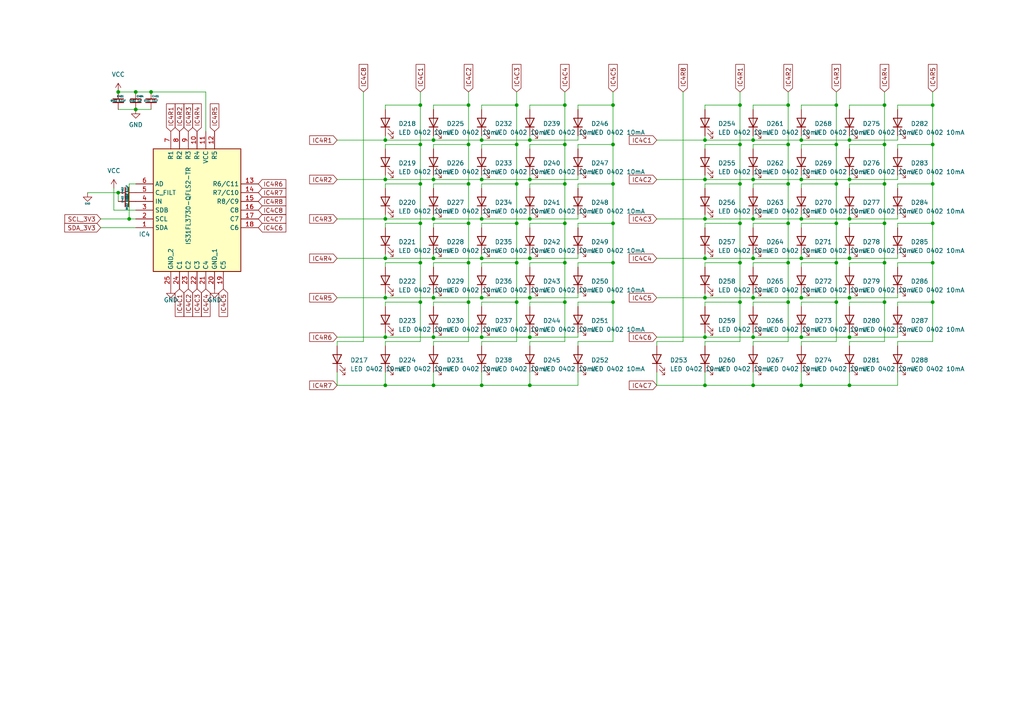
<source format=kicad_sch>
(kicad_sch (version 20231120) (generator "eeschema") (generator_version "8.0")
  (paper "A4")
  (junction (at 270.51 76.2))
  (junction (at 39.37 26.67))
  (junction (at 125.73 52.07))
  (junction (at 125.73 97.79))
  (junction (at 232.41 97.79))
  (junction (at 135.89 87.63))
  (junction (at 270.51 87.63))
  (junction (at 228.6 76.2))
  (junction (at 111.76 63.5))
  (junction (at 218.44 97.79))
  (junction (at 139.7 52.07))
  (junction (at 246.38 40.64))
  (junction (at 214.63 76.2))
  (junction (at 163.83 76.2))
  (junction (at 246.38 52.07))
  (junction (at 121.92 41.91))
  (junction (at 149.86 30.48))
  (junction (at 242.57 87.63))
  (junction (at 149.86 53.34))
  (junction (at 177.8 76.2))
  (junction (at 218.44 86.36))
  (junction (at 204.47 111.76))
  (junction (at 34.29 55.88))
  (junction (at 149.86 41.91))
  (junction (at 204.47 63.5))
  (junction (at 177.8 87.63))
  (junction (at 232.41 40.64))
  (junction (at 111.76 97.79))
  (junction (at 111.76 86.36))
  (junction (at 232.41 111.76))
  (junction (at 270.51 53.34))
  (junction (at 256.54 53.34))
  (junction (at 177.8 53.34))
  (junction (at 246.38 63.5))
  (junction (at 204.47 40.64))
  (junction (at 242.57 53.34))
  (junction (at 121.92 53.34))
  (junction (at 242.57 64.77))
  (junction (at 256.54 64.77))
  (junction (at 125.73 63.5))
  (junction (at 218.44 40.64))
  (junction (at 153.67 63.5))
  (junction (at 177.8 64.77))
  (junction (at 135.89 76.2))
  (junction (at 218.44 74.93))
  (junction (at 139.7 63.5))
  (junction (at 218.44 111.76))
  (junction (at 228.6 30.48))
  (junction (at 121.92 64.77))
  (junction (at 246.38 97.79))
  (junction (at 246.38 86.36))
  (junction (at 232.41 52.07))
  (junction (at 43.815 26.67))
  (junction (at 125.73 74.93))
  (junction (at 218.44 52.07))
  (junction (at 270.51 64.77))
  (junction (at 163.83 41.91))
  (junction (at 139.7 40.64))
  (junction (at 214.63 30.48))
  (junction (at 125.73 86.36))
  (junction (at 121.92 87.63))
  (junction (at 256.54 87.63))
  (junction (at 242.57 76.2))
  (junction (at 246.38 111.76))
  (junction (at 149.86 64.77))
  (junction (at 153.67 40.64))
  (junction (at 232.41 74.93))
  (junction (at 34.29 26.67))
  (junction (at 177.8 41.91))
  (junction (at 111.76 40.64))
  (junction (at 149.86 76.2))
  (junction (at 125.73 40.64))
  (junction (at 246.38 74.93))
  (junction (at 228.6 87.63))
  (junction (at 204.47 86.36))
  (junction (at 204.47 97.79))
  (junction (at 256.54 41.91))
  (junction (at 153.67 86.36))
  (junction (at 232.41 86.36))
  (junction (at 242.57 30.48))
  (junction (at 111.76 74.93))
  (junction (at 256.54 76.2))
  (junction (at 228.6 41.91))
  (junction (at 177.8 30.48))
  (junction (at 228.6 53.34))
  (junction (at 153.67 111.76))
  (junction (at 232.41 63.5))
  (junction (at 214.63 64.77))
  (junction (at 149.86 87.63))
  (junction (at 204.47 74.93))
  (junction (at 163.83 87.63))
  (junction (at 125.73 111.76))
  (junction (at 139.7 74.93))
  (junction (at 135.89 41.91))
  (junction (at 270.51 30.48))
  (junction (at 135.89 30.48))
  (junction (at 214.63 87.63))
  (junction (at 214.63 41.91))
  (junction (at 39.37 31.75))
  (junction (at 163.83 53.34))
  (junction (at 111.76 52.07))
  (junction (at 214.63 53.34))
  (junction (at 139.7 111.76))
  (junction (at 111.76 111.76))
  (junction (at 153.67 97.79))
  (junction (at 256.54 30.48))
  (junction (at 204.47 52.07))
  (junction (at 270.51 41.91))
  (junction (at 121.92 30.48))
  (junction (at 228.6 64.77))
  (junction (at 153.67 74.93))
  (junction (at 153.67 52.07))
  (junction (at 242.57 41.91))
  (junction (at 37.465 63.5))
  (junction (at 135.89 53.34))
  (junction (at 121.92 76.2))
  (junction (at 139.7 97.79))
  (junction (at 139.7 86.36))
  (junction (at 135.89 64.77))
  (junction (at 163.83 30.48))
  (junction (at 163.83 64.77))
  (junction (at 218.44 63.5))
  (wire (pts (xy 33.02 60.96) (xy 39.37 60.96)))
  (wire (pts (xy 167.64 54.61) (xy 167.64 53.34)))
  (wire (pts (xy 260.35 53.34) (xy 270.51 53.34)))
  (wire (pts (xy 260.35 87.63) (xy 270.51 87.63)))
  (wire (pts (xy 97.79 111.76) (xy 111.76 111.76)))
  (wire (pts (xy 246.38 111.76) (xy 260.35 111.76)))
  (wire (pts (xy 218.44 39.37) (xy 218.44 40.64)))
  (wire (pts (xy 33.02 54.61) (xy 33.02 60.96)))
  (wire (pts (xy 246.38 54.61) (xy 246.38 53.34)))
  (wire (pts (xy 246.38 88.9) (xy 246.38 87.63)))
  (wire (pts (xy 34.29 26.67) (xy 39.37 26.67)))
  (wire (pts (xy 125.73 30.48) (xy 135.89 30.48)))
  (wire (pts (xy 121.92 99.06) (xy 111.76 99.06)))
  (wire (pts (xy 260.35 74.93) (xy 260.35 73.66)))
  (wire (pts (xy 167.64 99.06) (xy 177.8 99.06)))
  (wire (pts (xy 163.83 41.91) (xy 163.83 53.34)))
  (wire (pts (xy 125.73 85.09) (xy 125.73 86.36)))
  (wire (pts (xy 111.76 87.63) (xy 121.92 87.63)))
  (wire (pts (xy 139.7 64.77) (xy 149.86 64.77)))
  (wire (pts (xy 125.73 87.63) (xy 135.89 87.63)))
  (wire (pts (xy 167.64 31.75) (xy 167.64 30.48)))
  (wire (pts (xy 204.47 73.66) (xy 204.47 74.93)))
  (wire (pts (xy 232.41 77.47) (xy 232.41 76.2)))
  (wire (pts (xy 29.21 63.5) (xy 37.465 63.5)))
  (wire (pts (xy 246.38 76.2) (xy 256.54 76.2)))
  (wire (pts (xy 218.44 52.07) (xy 232.41 52.07)))
  (wire (pts (xy 125.73 43.18) (xy 125.73 41.91)))
  (wire (pts (xy 260.35 66.04) (xy 260.35 64.77)))
  (wire (pts (xy 228.6 87.63) (xy 228.6 99.06)))
  (wire (pts (xy 139.7 97.79) (xy 153.67 97.79)))
  (wire (pts (xy 167.64 107.95) (xy 167.64 111.76)))
  (wire (pts (xy 139.7 111.76) (xy 153.67 111.76)))
  (wire (pts (xy 111.76 74.93) (xy 125.73 74.93)))
  (wire (pts (xy 97.79 74.93) (xy 111.76 74.93)))
  (wire (pts (xy 111.76 73.66) (xy 111.76 74.93)))
  (wire (pts (xy 204.47 77.47) (xy 204.47 76.2)))
  (wire (pts (xy 218.44 73.66) (xy 218.44 74.93)))
  (wire (pts (xy 204.47 76.2) (xy 214.63 76.2)))
  (wire (pts (xy 163.83 87.63) (xy 163.83 99.06)))
  (wire (pts (xy 218.44 97.79) (xy 232.41 97.79)))
  (wire (pts (xy 59.69 38.1) (xy 59.69 26.67)))
  (wire (pts (xy 97.79 111.76) (xy 97.79 107.95)))
  (wire (pts (xy 218.44 54.61) (xy 218.44 53.34)))
  (wire (pts (xy 246.38 50.8) (xy 246.38 52.07)))
  (wire (pts (xy 121.92 26.67) (xy 121.92 30.48)))
  (wire (pts (xy 256.54 64.77) (xy 256.54 76.2)))
  (wire (pts (xy 139.7 41.91) (xy 149.86 41.91)))
  (wire (pts (xy 246.38 66.04) (xy 246.38 64.77)))
  (wire (pts (xy 204.47 97.79) (xy 218.44 97.79)))
  (wire (pts (xy 246.38 63.5) (xy 260.35 63.5)))
  (wire (pts (xy 218.44 86.36) (xy 232.41 86.36)))
  (wire (pts (xy 218.44 96.52) (xy 218.44 97.79)))
  (wire (pts (xy 242.57 41.91) (xy 242.57 53.34)))
  (wire (pts (xy 214.63 76.2) (xy 214.63 87.63)))
  (wire (pts (xy 139.7 73.66) (xy 139.7 74.93)))
  (wire (pts (xy 242.57 30.48) (xy 242.57 41.91)))
  (wire (pts (xy 260.35 52.07) (xy 260.35 50.8)))
  (wire (pts (xy 167.64 30.48) (xy 177.8 30.48)))
  (wire (pts (xy 190.5 86.36) (xy 204.47 86.36)))
  (wire (pts (xy 256.54 87.63) (xy 256.54 99.06)))
  (wire (pts (xy 177.8 87.63) (xy 177.8 76.2)))
  (wire (pts (xy 34.29 55.88) (xy 34.29 58.42)))
  (wire (pts (xy 228.6 41.91) (xy 228.6 53.34)))
  (wire (pts (xy 139.7 76.2) (xy 149.86 76.2)))
  (wire (pts (xy 153.67 52.07) (xy 167.64 52.07)))
  (wire (pts (xy 190.5 52.07) (xy 204.47 52.07)))
  (wire (pts (xy 139.7 43.18) (xy 139.7 41.91)))
  (wire (pts (xy 218.44 53.34) (xy 228.6 53.34)))
  (wire (pts (xy 232.41 99.06) (xy 232.41 100.33)))
  (wire (pts (xy 232.41 43.18) (xy 232.41 41.91)))
  (wire (pts (xy 190.5 40.64) (xy 204.47 40.64)))
  (wire (pts (xy 111.76 63.5) (xy 125.73 63.5)))
  (wire (pts (xy 270.51 76.2) (xy 270.51 64.77)))
  (wire (pts (xy 232.41 41.91) (xy 242.57 41.91)))
  (wire (pts (xy 25.4 55.88) (xy 34.29 55.88)))
  (wire (pts (xy 242.57 99.06) (xy 232.41 99.06)))
  (wire (pts (xy 260.35 77.47) (xy 260.35 76.2)))
  (wire (pts (xy 37.465 63.5) (xy 37.465 53.34)))
  (wire (pts (xy 228.6 99.06) (xy 218.44 99.06)))
  (wire (pts (xy 111.76 111.76) (xy 125.73 111.76)))
  (wire (pts (xy 149.86 41.91) (xy 149.86 53.34)))
  (wire (pts (xy 167.64 77.47) (xy 167.64 76.2)))
  (wire (pts (xy 232.41 54.61) (xy 232.41 53.34)))
  (wire (pts (xy 204.47 86.36) (xy 218.44 86.36)))
  (wire (pts (xy 97.79 99.06) (xy 97.79 100.33)))
  (wire (pts (xy 246.38 86.36) (xy 260.35 86.36)))
  (wire (pts (xy 125.73 40.64) (xy 139.7 40.64)))
  (wire (pts (xy 125.73 41.91) (xy 135.89 41.91)))
  (wire (pts (xy 228.6 64.77) (xy 228.6 76.2)))
  (wire (pts (xy 260.35 54.61) (xy 260.35 53.34)))
  (wire (pts (xy 214.63 53.34) (xy 214.63 64.77)))
  (wire (pts (xy 242.57 87.63) (xy 242.57 99.06)))
  (wire (pts (xy 218.44 87.63) (xy 228.6 87.63)))
  (wire (pts (xy 111.76 41.91) (xy 121.92 41.91)))
  (wire (pts (xy 139.7 77.47) (xy 139.7 76.2)))
  (wire (pts (xy 29.21 66.04) (xy 39.37 66.04)))
  (wire (pts (xy 232.41 107.95) (xy 232.41 111.76)))
  (wire (pts (xy 242.57 53.34) (xy 242.57 64.77)))
  (wire (pts (xy 125.73 74.93) (xy 139.7 74.93)))
  (wire (pts (xy 167.64 86.36) (xy 167.64 85.09)))
  (wire (pts (xy 139.7 53.34) (xy 149.86 53.34)))
  (wire (pts (xy 153.67 39.37) (xy 153.67 40.64)))
  (wire (pts (xy 163.83 30.48) (xy 163.83 41.91)))
  (wire (pts (xy 153.67 76.2) (xy 163.83 76.2)))
  (wire (pts (xy 204.47 88.9) (xy 204.47 87.63)))
  (wire (pts (xy 149.86 76.2) (xy 149.86 87.63)))
  (wire (pts (xy 218.44 76.2) (xy 228.6 76.2)))
  (wire (pts (xy 256.54 30.48) (xy 256.54 41.91)))
  (wire (pts (xy 246.38 87.63) (xy 256.54 87.63)))
  (wire (pts (xy 125.73 66.04) (xy 125.73 64.77)))
  (wire (pts (xy 232.41 111.76) (xy 246.38 111.76)))
  (wire (pts (xy 218.44 64.77) (xy 228.6 64.77)))
  (wire (pts (xy 153.67 41.91) (xy 163.83 41.91)))
  (wire (pts (xy 177.8 41.91) (xy 177.8 30.48)))
  (wire (pts (xy 153.67 66.04) (xy 153.67 64.77)))
  (wire (pts (xy 177.8 99.06) (xy 177.8 87.63)))
  (wire (pts (xy 232.41 64.77) (xy 242.57 64.77)))
  (wire (pts (xy 163.83 64.77) (xy 163.83 76.2)))
  (wire (pts (xy 232.41 85.09) (xy 232.41 86.36)))
  (wire (pts (xy 43.815 26.67) (xy 59.69 26.67)))
  (wire (pts (xy 204.47 30.48) (xy 214.63 30.48)))
  (wire (pts (xy 97.79 40.64) (xy 111.76 40.64)))
  (wire (pts (xy 204.47 99.06) (xy 204.47 100.33)))
  (wire (pts (xy 153.67 77.47) (xy 153.67 76.2)))
  (wire (pts (xy 153.67 50.8) (xy 153.67 52.07)))
  (wire (pts (xy 153.67 99.06) (xy 153.67 100.33)))
  (wire (pts (xy 204.47 41.91) (xy 214.63 41.91)))
  (wire (pts (xy 121.92 87.63) (xy 121.92 99.06)))
  (wire (pts (xy 246.38 43.18) (xy 246.38 41.91)))
  (wire (pts (xy 111.76 52.07) (xy 125.73 52.07)))
  (wire (pts (xy 149.86 87.63) (xy 149.86 99.06)))
  (wire (pts (xy 218.44 107.95) (xy 218.44 111.76)))
  (wire (pts (xy 153.67 88.9) (xy 153.67 87.63)))
  (wire (pts (xy 97.79 63.5) (xy 111.76 63.5)))
  (wire (pts (xy 125.73 86.36) (xy 139.7 86.36)))
  (wire (pts (xy 39.37 31.75) (xy 34.29 31.75)))
  (wire (pts (xy 214.63 26.67) (xy 214.63 30.48)))
  (wire (pts (xy 218.44 40.64) (xy 232.41 40.64)))
  (wire (pts (xy 256.54 26.67) (xy 256.54 30.48)))
  (wire (pts (xy 167.64 41.91) (xy 177.8 41.91)))
  (wire (pts (xy 218.44 111.76) (xy 232.41 111.76)))
  (wire (pts (xy 190.5 111.76) (xy 204.47 111.76)))
  (wire (pts (xy 125.73 77.47) (xy 125.73 76.2)))
  (wire (pts (xy 260.35 99.06) (xy 260.35 100.33)))
  (wire (pts (xy 204.47 52.07) (xy 218.44 52.07)))
  (wire (pts (xy 204.47 39.37) (xy 204.47 40.64)))
  (wire (pts (xy 232.41 62.23) (xy 232.41 63.5)))
  (wire (pts (xy 135.89 41.91) (xy 135.89 53.34)))
  (wire (pts (xy 167.64 74.93) (xy 167.64 73.66)))
  (wire (pts (xy 97.79 52.07) (xy 111.76 52.07)))
  (wire (pts (xy 125.73 53.34) (xy 135.89 53.34)))
  (wire (pts (xy 111.76 64.77) (xy 121.92 64.77)))
  (wire (pts (xy 97.79 97.79) (xy 111.76 97.79)))
  (wire (pts (xy 139.7 99.06) (xy 139.7 100.33)))
  (wire (pts (xy 125.73 96.52) (xy 125.73 97.79)))
  (wire (pts (xy 153.67 87.63) (xy 163.83 87.63)))
  (wire (pts (xy 198.12 26.67) (xy 198.12 99.06)))
  (wire (pts (xy 204.47 63.5) (xy 218.44 63.5)))
  (wire (pts (xy 153.67 86.36) (xy 167.64 86.36)))
  (wire (pts (xy 246.38 41.91) (xy 256.54 41.91)))
  (wire (pts (xy 125.73 97.79) (xy 139.7 97.79)))
  (wire (pts (xy 121.92 76.2) (xy 121.92 87.63)))
  (wire (pts (xy 125.73 62.23) (xy 125.73 63.5)))
  (wire (pts (xy 163.83 99.06) (xy 153.67 99.06)))
  (wire (pts (xy 139.7 50.8) (xy 139.7 52.07)))
  (wire (pts (xy 139.7 88.9) (xy 139.7 87.63)))
  (wire (pts (xy 125.73 107.95) (xy 125.73 111.76)))
  (wire (pts (xy 163.83 26.67) (xy 163.83 30.48)))
  (wire (pts (xy 139.7 86.36) (xy 153.67 86.36)))
  (wire (pts (xy 121.92 41.91) (xy 121.92 53.34)))
  (wire (pts (xy 232.41 86.36) (xy 246.38 86.36)))
  (wire (pts (xy 260.35 99.06) (xy 270.51 99.06)))
  (wire (pts (xy 125.73 64.77) (xy 135.89 64.77)))
  (wire (pts (xy 232.41 63.5) (xy 246.38 63.5)))
  (wire (pts (xy 149.86 30.48) (xy 149.86 41.91)))
  (wire (pts (xy 256.54 99.06) (xy 246.38 99.06)))
  (wire (pts (xy 167.64 43.18) (xy 167.64 41.91)))
  (wire (pts (xy 246.38 53.34) (xy 256.54 53.34)))
  (wire (pts (xy 204.47 111.76) (xy 218.44 111.76)))
  (wire (pts (xy 218.44 66.04) (xy 218.44 64.77)))
  (wire (pts (xy 204.47 53.34) (xy 214.63 53.34)))
  (wire (pts (xy 153.67 96.52) (xy 153.67 97.79)))
  (wire (pts (xy 228.6 53.34) (xy 228.6 64.77)))
  (wire (pts (xy 218.44 50.8) (xy 218.44 52.07)))
  (wire (pts (xy 260.35 107.95) (xy 260.35 111.76)))
  (wire (pts (xy 204.47 107.95) (xy 204.47 111.76)))
  (wire (pts (xy 135.89 76.2) (xy 135.89 87.63)))
  (wire (pts (xy 270.51 41.91) (xy 270.51 30.48)))
  (wire (pts (xy 232.41 52.07) (xy 246.38 52.07)))
  (wire (pts (xy 125.73 111.76) (xy 139.7 111.76)))
  (wire (pts (xy 111.76 99.06) (xy 111.76 100.33)))
  (wire (pts (xy 218.44 85.09) (xy 218.44 86.36)))
  (wire (pts (xy 204.47 85.09) (xy 204.47 86.36)))
  (wire (pts (xy 270.51 64.77) (xy 270.51 53.34)))
  (wire (pts (xy 218.44 99.06) (xy 218.44 100.33)))
  (wire (pts (xy 260.35 64.77) (xy 270.51 64.77)))
  (wire (pts (xy 260.35 63.5) (xy 260.35 62.23)))
  (wire (pts (xy 218.44 77.47) (xy 218.44 76.2)))
  (wire (pts (xy 218.44 88.9) (xy 218.44 87.63)))
  (wire (pts (xy 177.8 64.77) (xy 177.8 53.34)))
  (wire (pts (xy 246.38 62.23) (xy 246.38 63.5)))
  (wire (pts (xy 135.89 53.34) (xy 135.89 64.77)))
  (wire (pts (xy 125.73 39.37) (xy 125.73 40.64)))
  (wire (pts (xy 153.67 43.18) (xy 153.67 41.91)))
  (wire (pts (xy 167.64 53.34) (xy 177.8 53.34)))
  (wire (pts (xy 43.815 31.75) (xy 39.37 31.75)))
  (wire (pts (xy 260.35 30.48) (xy 270.51 30.48)))
  (wire (pts (xy 218.44 62.23) (xy 218.44 63.5)))
  (wire (pts (xy 270.51 87.63) (xy 270.51 76.2)))
  (wire (pts (xy 218.44 31.75) (xy 218.44 30.48)))
  (wire (pts (xy 246.38 30.48) (xy 256.54 30.48)))
  (wire (pts (xy 135.89 87.63) (xy 135.89 99.06)))
  (wire (pts (xy 135.89 99.06) (xy 125.73 99.06)))
  (wire (pts (xy 204.47 62.23) (xy 204.47 63.5)))
  (wire (pts (xy 149.86 64.77) (xy 149.86 76.2)))
  (wire (pts (xy 204.47 64.77) (xy 214.63 64.77)))
  (wire (pts (xy 125.73 63.5) (xy 139.7 63.5)))
  (wire (pts (xy 232.41 73.66) (xy 232.41 74.93)))
  (wire (pts (xy 111.76 97.79) (xy 125.73 97.79)))
  (wire (pts (xy 190.5 97.79) (xy 204.47 97.79)))
  (wire (pts (xy 204.47 87.63) (xy 214.63 87.63)))
  (wire (pts (xy 204.47 40.64) (xy 218.44 40.64)))
  (wire (pts (xy 232.41 50.8) (xy 232.41 52.07)))
  (wire (pts (xy 232.41 74.93) (xy 246.38 74.93)))
  (wire (pts (xy 167.64 99.06) (xy 167.64 100.33)))
  (wire (pts (xy 153.67 54.61) (xy 153.67 53.34)))
  (wire (pts (xy 204.47 43.18) (xy 204.47 41.91)))
  (wire (pts (xy 125.73 50.8) (xy 125.73 52.07)))
  (wire (pts (xy 153.67 31.75) (xy 153.67 30.48)))
  (wire (pts (xy 228.6 26.67) (xy 228.6 30.48)))
  (wire (pts (xy 218.44 74.93) (xy 232.41 74.93)))
  (wire (pts (xy 256.54 76.2) (xy 256.54 87.63)))
  (wire (pts (xy 139.7 87.63) (xy 149.86 87.63)))
  (wire (pts (xy 228.6 76.2) (xy 228.6 87.63)))
  (wire (pts (xy 139.7 40.64) (xy 153.67 40.64)))
  (wire (pts (xy 153.67 53.34) (xy 163.83 53.34)))
  (wire (pts (xy 167.64 63.5) (xy 167.64 62.23)))
  (wire (pts (xy 190.5 63.5) (xy 204.47 63.5)))
  (wire (pts (xy 111.76 43.18) (xy 111.76 41.91)))
  (wire (pts (xy 111.76 77.47) (xy 111.76 76.2)))
  (wire (pts (xy 111.76 107.95) (xy 111.76 111.76)))
  (wire (pts (xy 153.67 30.48) (xy 163.83 30.48)))
  (wire (pts (xy 246.38 96.52) (xy 246.38 97.79)))
  (wire (pts (xy 111.76 30.48) (xy 121.92 30.48)))
  (wire (pts (xy 167.64 88.9) (xy 167.64 87.63)))
  (wire (pts (xy 125.73 54.61) (xy 125.73 53.34)))
  (wire (pts (xy 167.64 40.64) (xy 167.64 39.37)))
  (wire (pts (xy 139.7 54.61) (xy 139.7 53.34)))
  (wire (pts (xy 121.92 64.77) (xy 121.92 76.2)))
  (wire (pts (xy 135.89 30.48) (xy 135.89 41.91)))
  (wire (pts (xy 204.47 96.52) (xy 204.47 97.79)))
  (wire (pts (xy 125.73 88.9) (xy 125.73 87.63)))
  (wire (pts (xy 111.76 66.04) (xy 111.76 64.77)))
  (wire (pts (xy 111.76 86.36) (xy 125.73 86.36)))
  (wire (pts (xy 256.54 53.34) (xy 256.54 64.77)))
  (wire (pts (xy 149.86 53.34) (xy 149.86 64.77)))
  (wire (pts (xy 232.41 39.37) (xy 232.41 40.64)))
  (wire (pts (xy 214.63 41.91) (xy 214.63 53.34)))
  (wire (pts (xy 125.73 99.06) (xy 125.73 100.33)))
  (wire (pts (xy 232.41 96.52) (xy 232.41 97.79)))
  (wire (pts (xy 97.79 86.36) (xy 111.76 86.36)))
  (wire (pts (xy 121.92 53.34) (xy 121.92 64.77)))
  (wire (pts (xy 246.38 52.07) (xy 260.35 52.07)))
  (wire (pts (xy 111.76 54.61) (xy 111.76 53.34)))
  (wire (pts (xy 270.51 30.48) (xy 270.51 26.67)))
  (wire (pts (xy 204.47 74.93) (xy 218.44 74.93)))
  (wire (pts (xy 218.44 63.5) (xy 232.41 63.5)))
  (wire (pts (xy 153.67 97.79) (xy 167.64 97.79)))
  (wire (pts (xy 37.465 53.34) (xy 39.37 53.34)))
  (wire (pts (xy 125.73 73.66) (xy 125.73 74.93)))
  (wire (pts (xy 135.89 26.67) (xy 135.89 30.48)))
  (wire (pts (xy 125.73 52.07) (xy 139.7 52.07)))
  (wire (pts (xy 214.63 64.77) (xy 214.63 76.2)))
  (wire (pts (xy 139.7 31.75) (xy 139.7 30.48)))
  (wire (pts (xy 246.38 99.06) (xy 246.38 100.33)))
  (wire (pts (xy 242.57 64.77) (xy 242.57 76.2)))
  (wire (pts (xy 153.67 73.66) (xy 153.67 74.93)))
  (wire (pts (xy 153.67 40.64) (xy 167.64 40.64)))
  (wire (pts (xy 232.41 40.64) (xy 246.38 40.64)))
  (wire (pts (xy 125.73 31.75) (xy 125.73 30.48)))
  (wire (pts (xy 111.76 85.09) (xy 111.76 86.36)))
  (wire (pts (xy 177.8 53.34) (xy 177.8 41.91)))
  (wire (pts (xy 153.67 74.93) (xy 167.64 74.93)))
  (wire (pts (xy 167.64 66.04) (xy 167.64 64.77)))
  (wire (pts (xy 242.57 26.67) (xy 242.57 30.48)))
  (wire (pts (xy 167.64 97.79) (xy 167.64 96.52)))
  (wire (pts (xy 111.76 40.64) (xy 125.73 40.64)))
  (wire (pts (xy 232.41 87.63) (xy 242.57 87.63)))
  (wire (pts (xy 139.7 85.09) (xy 139.7 86.36)))
  (wire (pts (xy 204.47 50.8) (xy 204.47 52.07)))
  (wire (pts (xy 37.465 63.5) (xy 39.37 63.5)))
  (wire (pts (xy 111.76 50.8) (xy 111.76 52.07)))
  (wire (pts (xy 260.35 76.2) (xy 270.51 76.2)))
  (wire (pts (xy 111.76 53.34) (xy 121.92 53.34)))
  (wire (pts (xy 246.38 64.77) (xy 256.54 64.77)))
  (wire (pts (xy 232.41 66.04) (xy 232.41 64.77)))
  (wire (pts (xy 218.44 30.48) (xy 228.6 30.48)))
  (wire (pts (xy 246.38 77.47) (xy 246.38 76.2)))
  (wire (pts (xy 214.63 99.06) (xy 204.47 99.06)))
  (wire (pts (xy 177.8 76.2) (xy 177.8 64.77)))
  (wire (pts (xy 139.7 63.5) (xy 153.67 63.5)))
  (wire (pts (xy 232.41 88.9) (xy 232.41 87.63)))
  (wire (pts (xy 246.38 85.09) (xy 246.38 86.36)))
  (wire (pts (xy 232.41 53.34) (xy 242.57 53.34)))
  (wire (pts (xy 214.63 87.63) (xy 214.63 99.06)))
  (wire (pts (xy 260.35 86.36) (xy 260.35 85.09)))
  (wire (pts (xy 232.41 97.79) (xy 246.38 97.79)))
  (wire (pts (xy 139.7 107.95) (xy 139.7 111.76)))
  (wire (pts (xy 270.51 99.06) (xy 270.51 87.63)))
  (wire (pts (xy 139.7 62.23) (xy 139.7 63.5)))
  (wire (pts (xy 204.47 66.04) (xy 204.47 64.77)))
  (wire (pts (xy 153.67 62.23) (xy 153.67 63.5)))
  (wire (pts (xy 228.6 30.48) (xy 228.6 41.91)))
  (wire (pts (xy 149.86 26.67) (xy 149.86 30.48)))
  (wire (pts (xy 163.83 76.2) (xy 163.83 87.63)))
  (wire (pts (xy 260.35 88.9) (xy 260.35 87.63)))
  (wire (pts (xy 177.8 30.48) (xy 177.8 26.67)))
  (wire (pts (xy 242.57 76.2) (xy 242.57 87.63)))
  (wire (pts (xy 232.41 31.75) (xy 232.41 30.48)))
  (wire (pts (xy 246.38 74.93) (xy 260.35 74.93)))
  (wire (pts (xy 167.64 76.2) (xy 177.8 76.2)))
  (wire (pts (xy 111.76 31.75) (xy 111.76 30.48)))
  (wire (pts (xy 139.7 96.52) (xy 139.7 97.79)))
  (wire (pts (xy 139.7 39.37) (xy 139.7 40.64)))
  (wire (pts (xy 204.47 31.75) (xy 204.47 30.48)))
  (wire (pts (xy 153.67 85.09) (xy 153.67 86.36)))
  (wire (pts (xy 149.86 99.06) (xy 139.7 99.06)))
  (wire (pts (xy 246.38 73.66) (xy 246.38 74.93)))
  (wire (pts (xy 214.63 30.48) (xy 214.63 41.91)))
  (wire (pts (xy 246.38 107.95) (xy 246.38 111.76)))
  (wire (pts (xy 105.41 26.67) (xy 105.41 99.06)))
  (wire (pts (xy 190.5 74.93) (xy 204.47 74.93)))
  (wire (pts (xy 153.67 63.5) (xy 167.64 63.5)))
  (wire (pts (xy 135.89 64.77) (xy 135.89 76.2)))
  (wire (pts (xy 167.64 87.63) (xy 177.8 87.63)))
  (wire (pts (xy 111.76 39.37) (xy 111.76 40.64)))
  (wire (pts (xy 218.44 43.18) (xy 218.44 41.91)))
  (wire (pts (xy 270.51 53.34) (xy 270.51 41.91)))
  (wire (pts (xy 139.7 52.07) (xy 153.67 52.07)))
  (wire (pts (xy 232.41 76.2) (xy 242.57 76.2)))
  (wire (pts (xy 167.64 52.07) (xy 167.64 50.8)))
  (wire (pts (xy 198.12 99.06) (xy 190.5 99.06)))
  (wire (pts (xy 246.38 40.64) (xy 260.35 40.64)))
  (wire (pts (xy 43.815 26.67) (xy 39.37 26.67)))
  (wire (pts (xy 167.64 64.77) (xy 177.8 64.77)))
  (wire (pts (xy 111.76 62.23) (xy 111.76 63.5)))
  (wire (pts (xy 139.7 66.04) (xy 139.7 64.77)))
  (wire (pts (xy 153.67 64.77) (xy 163.83 64.77)))
  (wire (pts (xy 246.38 39.37) (xy 246.38 40.64)))
  (wire (pts (xy 125.73 76.2) (xy 135.89 76.2)))
  (wire (pts (xy 139.7 74.93) (xy 153.67 74.93)))
  (wire (pts (xy 153.67 111.76) (xy 167.64 111.76)))
  (wire (pts (xy 260.35 97.79) (xy 260.35 96.52)))
  (wire (pts (xy 260.35 43.18) (xy 260.35 41.91)))
  (wire (pts (xy 204.47 54.61) (xy 204.47 53.34)))
  (wire (pts (xy 190.5 111.76) (xy 190.5 107.95)))
  (wire (pts (xy 246.38 97.79) (xy 260.35 97.79)))
  (wire (pts (xy 190.5 99.06) (xy 190.5 100.33)))
  (wire (pts (xy 153.67 107.95) (xy 153.67 111.76)))
  (wire (pts (xy 256.54 41.91) (xy 256.54 53.34)))
  (wire (pts (xy 218.44 41.91) (xy 228.6 41.91)))
  (wire (pts (xy 105.41 99.06) (xy 97.79 99.06)))
  (wire (pts (xy 260.35 40.64) (xy 260.35 39.37)))
  (wire (pts (xy 111.76 96.52) (xy 111.76 97.79)))
  (wire (pts (xy 246.38 31.75) (xy 246.38 30.48)))
  (wire (pts (xy 260.35 41.91) (xy 270.51 41.91)))
  (wire (pts (xy 232.41 30.48) (xy 242.57 30.48)))
  (wire (pts (xy 260.35 31.75) (xy 260.35 30.48)))
  (wire (pts (xy 163.83 53.34) (xy 163.83 64.77)))
  (wire (pts (xy 111.76 76.2) (xy 121.92 76.2)))
  (wire (pts (xy 121.92 30.48) (xy 121.92 41.91)))
  (wire (pts (xy 111.76 88.9) (xy 111.76 87.63)))
  (wire (pts (xy 139.7 30.48) (xy 149.86 30.48)))
  (global_label "SDA_3V3" (shape input) (at 29.21 66.04 180) (property "Intersheetrefs" "${INTERSHEET_REFS}" (effects (hide yes))))
  (global_label "IC4C7" (shape input) (at 74.93 63.5 0) (property "Intersheetrefs" "${INTERSHEET_REFS}" (effects (hide yes))))
  (global_label "IC4C6" (shape input) (at 190.5 97.79 180) (property "Intersheetrefs" "${INTERSHEET_REFS}" (effects (hide yes))))
  (global_label "IC4R7" (shape input) (at 97.79 111.76 180) (property "Intersheetrefs" "${INTERSHEET_REFS}" (effects (hide yes))))
  (global_label "IC4C2" (shape input) (at 190.5 52.07 180) (property "Intersheetrefs" "${INTERSHEET_REFS}" (effects (hide yes))))
  (global_label "IC4C4" (shape input) (at 190.5 74.93 180) (property "Intersheetrefs" "${INTERSHEET_REFS}" (effects (hide yes))))
  (global_label "IC4R8" (shape input) (at 74.93 58.42 0) (property "Intersheetrefs" "${INTERSHEET_REFS}" (effects (hide yes))))
  (global_label "IC4R7" (shape input) (at 74.93 55.88 0) (property "Intersheetrefs" "${INTERSHEET_REFS}" (effects (hide yes))))
  (global_label "IC4C1" (shape input) (at 121.92 26.67 90) (property "Intersheetrefs" "${INTERSHEET_REFS}" (effects (hide yes))))
  (global_label "IC4C5" (shape input) (at 177.8 26.67 90) (property "Intersheetrefs" "${INTERSHEET_REFS}" (effects (hide yes))))
  (global_label "IC4C3" (shape input) (at 190.5 63.5 180) (property "Intersheetrefs" "${INTERSHEET_REFS}" (effects (hide yes))))
  (global_label "IC4R3" (shape input) (at 97.79 63.5 180) (property "Intersheetrefs" "${INTERSHEET_REFS}" (effects (hide yes))))
  (global_label "IC4C1" (shape input) (at 52.07 83.82 270) (property "Intersheetrefs" "${INTERSHEET_REFS}" (effects (hide yes))))
  (global_label "IC4R3" (shape input) (at 242.57 26.67 90) (property "Intersheetrefs" "${INTERSHEET_REFS}" (effects (hide yes))))
  (global_label "IC4C2" (shape input) (at 54.61 83.82 270) (property "Intersheetrefs" "${INTERSHEET_REFS}" (effects (hide yes))))
  (global_label "IC4C4" (shape input) (at 59.69 83.82 270) (property "Intersheetrefs" "${INTERSHEET_REFS}" (effects (hide yes))))
  (global_label "IC4R4" (shape input) (at 57.15 38.1 90) (property "Intersheetrefs" "${INTERSHEET_REFS}" (effects (hide yes))))
  (global_label "IC4R4" (shape input) (at 97.79 74.93 180) (property "Intersheetrefs" "${INTERSHEET_REFS}" (effects (hide yes))))
  (global_label "IC4R2" (shape input) (at 52.07 38.1 90) (property "Intersheetrefs" "${INTERSHEET_REFS}" (effects (hide yes))))
  (global_label "IC4C8" (shape input) (at 74.93 60.96 0) (property "Intersheetrefs" "${INTERSHEET_REFS}" (effects (hide yes))))
  (global_label "IC4C7" (shape input) (at 190.5 111.76 180) (property "Intersheetrefs" "${INTERSHEET_REFS}" (effects (hide yes))))
  (global_label "IC4C3" (shape input) (at 149.86 26.67 90) (property "Intersheetrefs" "${INTERSHEET_REFS}" (effects (hide yes))))
  (global_label "IC4C1" (shape input) (at 190.5 40.64 180) (property "Intersheetrefs" "${INTERSHEET_REFS}" (effects (hide yes))))
  (global_label "IC4R8" (shape input) (at 198.12 26.67 90) (property "Intersheetrefs" "${INTERSHEET_REFS}" (effects (hide yes))))
  (global_label "IC4R5" (shape input) (at 97.79 86.36 180) (property "Intersheetrefs" "${INTERSHEET_REFS}" (effects (hide yes))))
  (global_label "IC4R5" (shape input) (at 270.51 26.67 90) (property "Intersheetrefs" "${INTERSHEET_REFS}" (effects (hide yes))))
  (global_label "IC4R6" (shape input) (at 97.79 97.79 180) (property "Intersheetrefs" "${INTERSHEET_REFS}" (effects (hide yes))))
  (global_label "IC4C5" (shape input) (at 190.5 86.36 180) (property "Intersheetrefs" "${INTERSHEET_REFS}" (effects (hide yes))))
  (global_label "IC4C4" (shape input) (at 163.83 26.67 90) (property "Intersheetrefs" "${INTERSHEET_REFS}" (effects (hide yes))))
  (global_label "IC4C8" (shape input) (at 105.41 26.67 90) (property "Intersheetrefs" "${INTERSHEET_REFS}" (effects (hide yes))))
  (global_label "IC4C2" (shape input) (at 135.89 26.67 90) (property "Intersheetrefs" "${INTERSHEET_REFS}" (effects (hide yes))))
  (global_label "IC4R1" (shape input) (at 214.63 26.67 90) (property "Intersheetrefs" "${INTERSHEET_REFS}" (effects (hide yes))))
  (global_label "IC4R5" (shape input) (at 62.23 38.1 90) (property "Intersheetrefs" "${INTERSHEET_REFS}" (effects (hide yes))))
  (global_label "IC4R1" (shape input) (at 97.79 40.64 180) (property "Intersheetrefs" "${INTERSHEET_REFS}" (effects (hide yes))))
  (global_label "IC4R4" (shape input) (at 256.54 26.67 90) (property "Intersheetrefs" "${INTERSHEET_REFS}" (effects (hide yes))))
  (global_label "IC4R1" (shape input) (at 49.53 38.1 90) (property "Intersheetrefs" "${INTERSHEET_REFS}" (effects (hide yes))))
  (global_label "IC4R2" (shape input) (at 228.6 26.67 90) (property "Intersheetrefs" "${INTERSHEET_REFS}" (effects (hide yes))))
  (global_label "SCL_3V3" (shape input) (at 29.21 63.5 180) (property "Intersheetrefs" "${INTERSHEET_REFS}" (effects (hide yes))))
  (global_label "IC4R6" (shape input) (at 74.93 53.34 0) (property "Intersheetrefs" "${INTERSHEET_REFS}" (effects (hide yes))))
  (global_label "IC4C6" (shape input) (at 74.93 66.04 0) (property "Intersheetrefs" "${INTERSHEET_REFS}" (effects (hide yes))))
  (global_label "IC4R2" (shape input) (at 97.79 52.07 180) (property "Intersheetrefs" "${INTERSHEET_REFS}" (effects (hide yes))))
  (global_label "IC4C5" (shape input) (at 64.77 83.82 270) (property "Intersheetrefs" "${INTERSHEET_REFS}" (effects (hide yes))))
  (global_label "IC4C3" (shape input) (at 57.15 83.82 270) (property "Intersheetrefs" "${INTERSHEET_REFS}" (effects (hide yes))))
  (global_label "IC4R3" (shape input) (at 54.61 38.1 90) (property "Intersheetrefs" "${INTERSHEET_REFS}" (effects (hide yes))))
  (symbol (lib_id "Device:LED") (at 153.67 92.71 90) (unit 1)
    (property "Reference" "D244" (at 157.48 93.0275 90) (effects (justify right)))
    (property "Value" "LED 0402 10mA" (at 157.48 95.5675 90) (effects (justify right)))
    (property "Footprint" "LED_SMD:LED_0402_1005Metric" (effects (hide yes)))
  )
  (symbol (lib_id "Device:LED") (at 125.73 92.71 90) (unit 1)
    (property "Reference" "D230" (at 129.54 93.0275 90) (effects (justify right)))
    (property "Value" "LED 0402 10mA" (at 129.54 95.5675 90) (effects (justify right)))
    (property "Footprint" "LED_SMD:LED_0402_1005Metric" (effects (hide yes)))
  )
  (symbol (lib_id "Device:LED") (at 125.73 81.28 90) (unit 1)
    (property "Reference" "D229" (at 129.54 81.5975 90) (effects (justify right)))
    (property "Value" "LED 0402 10mA" (at 129.54 84.1375 90) (effects (justify right)))
    (property "Footprint" "LED_SMD:LED_0402_1005Metric" (effects (hide yes)))
  )
  (symbol (lib_id "Device:LED") (at 232.41 81.28 90) (unit 1)
    (property "Reference" "D272" (at 236.22 81.5975 90) (effects (justify right)))
    (property "Value" "LED 0402 10mA" (at 236.22 84.1375 90) (effects (justify right)))
    (property "Footprint" "LED_SMD:LED_0402_1005Metric" (effects (hide yes)))
  )
  (symbol (lib_id "power:GND") (at 25.4 55.88 0) (unit 1)
    (property "Reference" "#PWR022" (effects (hide yes)))
    (property "Value" "GND" (at 25.4 59.055 0) (effects (font (size 0.5 0.5))))
  )
  (symbol (lib_id "Device:LED") (at 260.35 81.28 90) (unit 1)
    (property "Reference" "D286" (at 264.16 81.5975 90) (effects (justify right)))
    (property "Value" "LED 0402 10mA" (at 264.16 84.1375 90) (effects (justify right)))
    (property "Footprint" "LED_SMD:LED_0402_1005Metric" (effects (hide yes)))
  )
  (symbol (lib_id "power:VCC") (at 33.02 54.61 0) (unit 1)
    (property "Reference" "#PWR023" (effects (hide yes)))
    (property "Value" "VCC" (at 33.02 49.53 0))
  )
  (symbol (lib_id "IS31FL3730-QFLS2-TR:IS31FL3730-QFLS2-TR") (at 39.37 66.04 0) (mirror x) (unit 1)
    (property "Reference" "IC4" (at 41.91 67.945 0))
    (property "Value" "IS31FL3730-QFLS2-TR" (at 54.61 59.69 90))
    (property "Footprint" "Package_DFN_QFN:QFN-24-1EP_4x4mm_P0.5mm_EP2.6x2.6mm_ThermalVias" (effects (hide yes)))
    (property "Datasheet" "https://componentsearchengine.com/Datasheets/1/IS31FL3730-QFLS2-TR.pdf" (effects (hide yes)))
    (property "Height" "0.8" (effects (hide yes)))
    (property "Mouser Part Number" "870-IS31FL3730QFLS2R" (effects (hide yes)))
    (property "Mouser Price/Stock" "https://www.mouser.com/Search/Refine.aspx?Keyword=870-IS31FL3730QFLS2R" (effects (hide yes)))
    (property "Manufacturer_Name" "Integrated Silicon Solution Inc." (effects (hide yes)))
    (property "Manufacturer_Part_Number" "IS31FL3730-QFLS2-TR" (effects (hide yes)))
  )
  (symbol (lib_id "Device:LED") (at 246.38 104.14 90) (unit 1)
    (property "Reference" "D281" (at 250.19 104.4575 90) (effects (justify right)))
    (property "Value" "LED 0402 10mA" (at 250.19 106.9975 90) (effects (justify right)))
    (property "Footprint" "LED_SMD:LED_0402_1005Metric" (effects (hide yes)))
  )
  (symbol (lib_id "Device:C_Small") (at 36.83 55.88 90) (unit 1)
    (property "Reference" "C402" (at 35.56 55.245 0) (effects (font (size 0.5 0.5))))
    (property "Value" "0402 0.1uF" (at 36.83 55.88 0) (effects (font (size 0.5 0.5))))
    (property "Footprint" "Capacitor_SMD:C_0402_1005Metric" (effects (hide yes)))
  )
  (symbol (lib_id "Device:LED") (at 260.35 58.42 90) (unit 1)
    (property "Reference" "D284" (at 264.16 58.7375 90) (effects (justify right)))
    (property "Value" "LED 0402 10mA" (at 264.16 61.2775 90) (effects (justify right)))
    (property "Footprint" "LED_SMD:LED_0402_1005Metric" (effects (hide yes)))
  )
  (symbol (lib_id "Device:LED") (at 125.73 46.99 90) (unit 1)
    (property "Reference" "D226" (at 129.54 47.3075 90) (effects (justify right)))
    (property "Value" "LED 0402 10mA" (at 129.54 49.8475 90) (effects (justify right)))
    (property "Footprint" "LED_SMD:LED_0402_1005Metric" (effects (hide yes)))
  )
  (symbol (lib_id "Device:LED") (at 111.76 46.99 90) (unit 1)
    (property "Reference" "D219" (at 115.57 47.3075 90) (effects (justify right)))
    (property "Value" "LED 0402 10mA" (at 115.57 49.8475 90) (effects (justify right)))
    (property "Footprint" "LED_SMD:LED_0402_1005Metric" (effects (hide yes)))
  )
  (symbol (lib_id "power:GND") (at 49.53 83.82 0) (mirror y) (unit 1)
    (property "Reference" "#PWR026" (effects (hide yes)))
    (property "Value" "GND" (at 49.53 86.995 0))
  )
  (symbol (lib_id "Device:LED") (at 218.44 46.99 90) (unit 1)
    (property "Reference" "D262" (at 222.25 47.3075 90) (effects (justify right)))
    (property "Value" "LED 0402 10mA" (at 222.25 49.8475 90) (effects (justify right)))
    (property "Footprint" "LED_SMD:LED_0402_1005Metric" (effects (hide yes)))
  )
  (symbol (lib_id "Device:LED") (at 111.76 58.42 90) (unit 1)
    (property "Reference" "D220" (at 115.57 58.7375 90) (effects (justify right)))
    (property "Value" "LED 0402 10mA" (at 115.57 61.2775 90) (effects (justify right)))
    (property "Footprint" "LED_SMD:LED_0402_1005Metric" (effects (hide yes)))
  )
  (symbol (lib_id "Device:LED") (at 111.76 104.14 90) (unit 1)
    (property "Reference" "D224" (at 115.57 104.4575 90) (effects (justify right)))
    (property "Value" "LED 0402 10mA" (at 115.57 106.9975 90) (effects (justify right)))
    (property "Footprint" "LED_SMD:LED_0402_1005Metric" (effects (hide yes)))
  )
  (symbol (lib_id "Device:LED") (at 111.76 69.85 90) (unit 1)
    (property "Reference" "D221" (at 115.57 70.1675 90) (effects (justify right)))
    (property "Value" "LED 0402 10mA" (at 115.57 72.7075 90) (effects (justify right)))
    (property "Footprint" "LED_SMD:LED_0402_1005Metric" (effects (hide yes)))
  )
  (symbol (lib_id "Device:LED") (at 139.7 69.85 90) (unit 1)
    (property "Reference" "D235" (at 143.51 70.1675 90) (effects (justify right)))
    (property "Value" "LED 0402 10mA" (at 143.51 72.7075 90) (effects (justify right)))
    (property "Footprint" "LED_SMD:LED_0402_1005Metric" (effects (hide yes)))
  )
  (symbol (lib_id "Device:LED") (at 260.35 46.99 90) (unit 1)
    (property "Reference" "D283" (at 264.16 47.3075 90) (effects (justify right)))
    (property "Value" "LED 0402 10mA" (at 264.16 49.8475 90) (effects (justify right)))
    (property "Footprint" "LED_SMD:LED_0402_1005Metric" (effects (hide yes)))
  )
  (symbol (lib_id "Device:LED") (at 190.5 104.14 90) (unit 1)
    (property "Reference" "D253" (at 194.31 104.4575 90) (effects (justify right)))
    (property "Value" "LED 0402 10mA" (at 194.31 106.9975 90) (effects (justify right)))
    (property "Footprint" "LED_SMD:LED_0402_1005Metric" (effects (hide yes)))
  )
  (symbol (lib_id "Device:LED") (at 246.38 69.85 90) (unit 1)
    (property "Reference" "D278" (at 250.19 70.1675 90) (effects (justify right)))
    (property "Value" "LED 0402 10mA" (at 250.19 72.7075 90) (effects (justify right)))
    (property "Footprint" "LED_SMD:LED_0402_1005Metric" (effects (hide yes)))
  )
  (symbol (lib_id "power:GND") (at 39.37 31.75 0) (unit 1)
    (property "Reference" "#PWR025" (effects (hide yes)))
    (property "Value" "GND" (at 39.37 36.195 0))
  )
  (symbol (lib_id "Device:LED") (at 167.64 58.42 90) (unit 1)
    (property "Reference" "D248" (at 171.45 58.7375 90) (effects (justify right)))
    (property "Value" "LED 0402 10mA" (at 171.45 61.2775 90) (effects (justify right)))
    (property "Footprint" "LED_SMD:LED_0402_1005Metric" (effects (hide yes)))
  )
  (symbol (lib_id "Device:LED") (at 204.47 35.56 90) (unit 1)
    (property "Reference" "D254" (at 208.28 35.8775 90) (effects (justify right)))
    (property "Value" "LED 0402 10mA" (at 208.28 38.4175 90) (effects (justify right)))
    (property "Footprint" "LED_SMD:LED_0402_1005Metric" (effects (hide yes)))
  )
  (symbol (lib_id "Device:LED") (at 204.47 69.85 90) (unit 1)
    (property "Reference" "D257" (at 208.28 70.1675 90) (effects (justify right)))
    (property "Value" "LED 0402 10mA" (at 208.28 72.7075 90) (effects (justify right)))
    (property "Footprint" "LED_SMD:LED_0402_1005Metric" (effects (hide yes)))
  )
  (symbol (lib_id "Device:LED") (at 246.38 81.28 90) (unit 1)
    (property "Reference" "D279" (at 250.19 81.5975 90) (effects (justify right)))
    (property "Value" "LED 0402 10mA" (at 250.19 84.1375 90) (effects (justify right)))
    (property "Footprint" "LED_SMD:LED_0402_1005Metric" (effects (hide yes)))
  )
  (symbol (lib_id "Device:LED") (at 246.38 58.42 90) (unit 1)
    (property "Reference" "D277" (at 250.19 58.7375 90) (effects (justify right)))
    (property "Value" "LED 0402 10mA" (at 250.19 61.2775 90) (effects (justify right)))
    (property "Footprint" "LED_SMD:LED_0402_1005Metric" (effects (hide yes)))
  )
  (symbol (lib_id "Device:LED") (at 232.41 58.42 90) (unit 1)
    (property "Reference" "D270" (at 236.22 58.7375 90) (effects (justify right)))
    (property "Value" "LED 0402 10mA" (at 236.22 61.2775 90) (effects (justify right)))
    (property "Footprint" "LED_SMD:LED_0402_1005Metric" (effects (hide yes)))
  )
  (symbol (lib_id "Device:C_Small") (at 36.83 58.42 90) (unit 1)
    (property "Reference" "C403" (at 35.56 57.785 0) (effects (font (size 0.5 0.5))))
    (property "Value" "0402 0.22uF" (at 36.83 58.42 0) (effects (font (size 0.5 0.5))))
    (property "Footprint" "Capacitor_SMD:C_0402_1005Metric" (effects (hide yes)))
  )
  (symbol (lib_id "Device:LED") (at 139.7 46.99 90) (unit 1)
    (property "Reference" "D233" (at 143.51 47.3075 90) (effects (justify right)))
    (property "Value" "LED 0402 10mA" (at 143.51 49.8475 90) (effects (justify right)))
    (property "Footprint" "LED_SMD:LED_0402_1005Metric" (effects (hide yes)))
  )
  (symbol (lib_id "Device:LED") (at 167.64 35.56 90) (unit 1)
    (property "Reference" "D246" (at 171.45 35.8775 90) (effects (justify right)))
    (property "Value" "LED 0402 10mA" (at 171.45 38.4175 90) (effects (justify right)))
    (property "Footprint" "LED_SMD:LED_0402_1005Metric" (effects (hide yes)))
  )
  (symbol (lib_id "Device:LED") (at 204.47 46.99 90) (unit 1)
    (property "Reference" "D255" (at 208.28 47.3075 90) (effects (justify right)))
    (property "Value" "LED 0402 10mA" (at 208.28 49.8475 90) (effects (justify right)))
    (property "Footprint" "LED_SMD:LED_0402_1005Metric" (effects (hide yes)))
  )
  (symbol (lib_id "Device:LED") (at 125.73 35.56 90) (unit 1)
    (property "Reference" "D225" (at 129.54 35.8775 90) (effects (justify right)))
    (property "Value" "LED 0402 10mA" (at 129.54 38.4175 90) (effects (justify right)))
    (property "Footprint" "LED_SMD:LED_0402_1005Metric" (effects (hide yes)))
  )
  (symbol (lib_id "Device:LED") (at 153.67 46.99 90) (unit 1)
    (property "Reference" "D240" (at 157.48 47.3075 90) (effects (justify right)))
    (property "Value" "LED 0402 10mA" (at 157.48 49.8475 90) (effects (justify right)))
    (property "Footprint" "LED_SMD:LED_0402_1005Metric" (effects (hide yes)))
  )
  (symbol (lib_id "Device:LED") (at 260.35 69.85 90) (unit 1)
    (property "Reference" "D285" (at 264.16 70.1675 90) (effects (justify right)))
    (property "Value" "LED 0402 10mA" (at 264.16 72.7075 90) (effects (justify right)))
    (property "Footprint" "LED_SMD:LED_0402_1005Metric" (effects (hide yes)))
  )
  (symbol (lib_id "Device:LED") (at 260.35 104.14 90) (unit 1)
    (property "Reference" "D288" (at 264.16 104.4575 90) (effects (justify right)))
    (property "Value" "LED 0402 10mA" (at 264.16 106.9975 90) (effects (justify right)))
    (property "Footprint" "LED_SMD:LED_0402_1005Metric" (effects (hide yes)))
  )
  (symbol (lib_id "Device:LED") (at 167.64 81.28 90) (unit 1)
    (property "Reference" "D250" (at 171.45 81.5975 90) (effects (justify right)))
    (property "Value" "LED 0402 10mA" (at 171.45 84.1375 90) (effects (justify right)))
    (property "Footprint" "LED_SMD:LED_0402_1005Metric" (effects (hide yes)))
  )
  (symbol (lib_id "Device:LED") (at 218.44 92.71 90) (unit 1)
    (property "Reference" "D266" (at 222.25 93.0275 90) (effects (justify right)))
    (property "Value" "LED 0402 10mA" (at 222.25 95.5675 90) (effects (justify right)))
    (property "Footprint" "LED_SMD:LED_0402_1005Metric" (effects (hide yes)))
  )
  (symbol (lib_id "Device:LED") (at 139.7 35.56 90) (unit 1)
    (property "Reference" "D232" (at 143.51 35.8775 90) (effects (justify right)))
    (property "Value" "LED 0402 10mA" (at 143.51 38.4175 90) (effects (justify right)))
    (property "Footprint" "LED_SMD:LED_0402_1005Metric" (effects (hide yes)))
  )
  (symbol (lib_id "Device:LED") (at 218.44 58.42 90) (unit 1)
    (property "Reference" "D263" (at 222.25 58.7375 90) (effects (justify right)))
    (property "Value" "LED 0402 10mA" (at 222.25 61.2775 90) (effects (justify right)))
    (property "Footprint" "LED_SMD:LED_0402_1005Metric" (effects (hide yes)))
  )
  (symbol (lib_id "Device:LED") (at 218.44 69.85 90) (unit 1)
    (property "Reference" "D264" (at 222.25 70.1675 90) (effects (justify right)))
    (property "Value" "LED 0402 10mA" (at 222.25 72.7075 90) (effects (justify right)))
    (property "Footprint" "LED_SMD:LED_0402_1005Metric" (effects (hide yes)))
  )
  (symbol (lib_id "Device:LED") (at 246.38 35.56 90) (unit 1)
    (property "Reference" "D275" (at 250.19 35.8775 90) (effects (justify right)))
    (property "Value" "LED 0402 10mA" (at 250.19 38.4175 90) (effects (justify right)))
    (property "Footprint" "LED_SMD:LED_0402_1005Metric" (effects (hide yes)))
  )
  (symbol (lib_id "Device:LED") (at 153.67 69.85 90) (unit 1)
    (property "Reference" "D242" (at 157.48 70.1675 90) (effects (justify right)))
    (property "Value" "LED 0402 10mA" (at 157.48 72.7075 90) (effects (justify right)))
    (property "Footprint" "LED_SMD:LED_0402_1005Metric" (effects (hide yes)))
  )
  (symbol (lib_id "Device:LED") (at 111.76 35.56 90) (unit 1)
    (property "Reference" "D218" (at 115.57 35.8775 90) (effects (justify right)))
    (property "Value" "LED 0402 10mA" (at 115.57 38.4175 90) (effects (justify right)))
    (property "Footprint" "LED_SMD:LED_0402_1005Metric" (effects (hide yes)))
  )
  (symbol (lib_id "Device:LED") (at 204.47 92.71 90) (unit 1)
    (property "Reference" "D259" (at 208.28 93.0275 90) (effects (justify right)))
    (property "Value" "LED 0402 10mA" (at 208.28 95.5675 90) (effects (justify right)))
    (property "Footprint" "LED_SMD:LED_0402_1005Metric" (effects (hide yes)))
  )
  (symbol (lib_id "Device:LED") (at 246.38 46.99 90) (unit 1)
    (property "Reference" "D276" (at 250.19 47.3075 90) (effects (justify right)))
    (property "Value" "LED 0402 10mA" (at 250.19 49.8475 90) (effects (justify right)))
    (property "Footprint" "LED_SMD:LED_0402_1005Metric" (effects (hide yes)))
  )
  (symbol (lib_id "Device:LED") (at 153.67 35.56 90) (unit 1)
    (property "Reference" "D239" (at 157.48 35.8775 90) (effects (justify right)))
    (property "Value" "LED 0402 10mA" (at 157.48 38.4175 90) (effects (justify right)))
    (property "Footprint" "LED_SMD:LED_0402_1005Metric" (effects (hide yes)))
  )
  (symbol (lib_id "Device:LED") (at 153.67 81.28 90) (unit 1)
    (property "Reference" "D243" (at 157.48 81.5975 90) (effects (justify right)))
    (property "Value" "LED 0402 10mA" (at 157.48 84.1375 90) (effects (justify right)))
    (property "Footprint" "LED_SMD:LED_0402_1005Metric" (effects (hide yes)))
  )
  (symbol (lib_id "Device:LED") (at 167.64 104.14 90) (unit 1)
    (property "Reference" "D252" (at 171.45 104.4575 90) (effects (justify right)))
    (property "Value" "LED 0402 10mA" (at 171.45 106.9975 90) (effects (justify right)))
    (property "Footprint" "LED_SMD:LED_0402_1005Metric" (effects (hide yes)))
  )
  (symbol (lib_id "Device:LED") (at 246.38 92.71 90) (unit 1)
    (property "Reference" "D280" (at 250.19 93.0275 90) (effects (justify right)))
    (property "Value" "LED 0402 10mA" (at 250.19 95.5675 90) (effects (justify right)))
    (property "Footprint" "LED_SMD:LED_0402_1005Metric" (effects (hide yes)))
  )
  (symbol (lib_id "Device:LED") (at 125.73 104.14 90) (unit 1)
    (property "Reference" "D231" (at 129.54 104.4575 90) (effects (justify right)))
    (property "Value" "LED 0402 10mA" (at 129.54 106.9975 90) (effects (justify right)))
    (property "Footprint" "LED_SMD:LED_0402_1005Metric" (effects (hide yes)))
  )
  (symbol (lib_id "Device:LED") (at 167.64 69.85 90) (unit 1)
    (property "Reference" "D249" (at 171.45 70.1675 90) (effects (justify right)))
    (property "Value" "LED 0402 10mA" (at 171.45 72.7075 90) (effects (justify right)))
    (property "Footprint" "LED_SMD:LED_0402_1005Metric" (effects (hide yes)))
  )
  (symbol (lib_id "Device:LED") (at 125.73 69.85 90) (unit 1)
    (property "Reference" "D228" (at 129.54 70.1675 90) (effects (justify right)))
    (property "Value" "LED 0402 10mA" (at 129.54 72.7075 90) (effects (justify right)))
    (property "Footprint" "LED_SMD:LED_0402_1005Metric" (effects (hide yes)))
  )
  (symbol (lib_id "Device:LED") (at 167.64 92.71 90) (unit 1)
    (property "Reference" "D251" (at 171.45 93.0275 90) (effects (justify right)))
    (property "Value" "LED 0402 10mA" (at 171.45 95.5675 90) (effects (justify right)))
    (property "Footprint" "LED_SMD:LED_0402_1005Metric" (effects (hide yes)))
  )
  (symbol (lib_id "power:VCC") (at 34.29 26.67 0) (unit 1)
    (property "Reference" "#PWR024" (effects (hide yes)))
    (property "Value" "VCC" (at 34.29 21.59 0))
  )
  (symbol (lib_id "Device:LED") (at 232.41 104.14 90) (unit 1)
    (property "Reference" "D274" (at 236.22 104.4575 90) (effects (justify right)))
    (property "Value" "LED 0402 10mA" (at 236.22 106.9975 90) (effects (justify right)))
    (property "Footprint" "LED_SMD:LED_0402_1005Metric" (effects (hide yes)))
  )
  (symbol (lib_id "Device:C_Small") (at 43.815 29.21 0) (unit 1)
    (property "Reference" "C405" (at 45.085 27.94 0) (effects (font (size 0.5 0.5))))
    (property "Value" "0402 10uF" (at 43.815 29.21 0) (effects (font (size 0.5 0.5))))
    (property "Footprint" "Capacitor_SMD:C_0402_1005Metric" (effects (hide yes)))
  )
  (symbol (lib_id "Device:LED") (at 218.44 35.56 90) (unit 1)
    (property "Reference" "D261" (at 222.25 35.8775 90) (effects (justify right)))
    (property "Value" "LED 0402 10mA" (at 222.25 38.4175 90) (effects (justify right)))
    (property "Footprint" "LED_SMD:LED_0402_1005Metric" (effects (hide yes)))
  )
  (symbol (lib_id "Device:LED") (at 139.7 58.42 90) (unit 1)
    (property "Reference" "D234" (at 143.51 58.7375 90) (effects (justify right)))
    (property "Value" "LED 0402 10mA" (at 143.51 61.2775 90) (effects (justify right)))
    (property "Footprint" "LED_SMD:LED_0402_1005Metric" (effects (hide yes)))
  )
  (symbol (lib_id "Device:LED") (at 97.79 104.14 90) (unit 1)
    (property "Reference" "D217" (at 101.6 104.4575 90) (effects (justify right)))
    (property "Value" "LED 0402 10mA" (at 101.6 106.9975 90) (effects (justify right)))
    (property "Footprint" "LED_SMD:LED_0402_1005Metric" (effects (hide yes)))
  )
  (symbol (lib_id "Device:LED") (at 218.44 104.14 90) (unit 1)
    (property "Reference" "D267" (at 222.25 104.4575 90) (effects (justify right)))
    (property "Value" "LED 0402 10mA" (at 222.25 106.9975 90) (effects (justify right)))
    (property "Footprint" "LED_SMD:LED_0402_1005Metric" (effects (hide yes)))
  )
  (symbol (lib_id "Device:LED") (at 153.67 104.14 90) (unit 1)
    (property "Reference" "D245" (at 157.48 104.4575 90) (effects (justify right)))
    (property "Value" "LED 0402 10mA" (at 157.48 106.9975 90) (effects (justify right)))
    (property "Footprint" "LED_SMD:LED_0402_1005Metric" (effects (hide yes)))
  )
  (symbol (lib_id "Device:LED") (at 204.47 81.28 90) (unit 1)
    (property "Reference" "D258" (at 208.28 81.5975 90) (effects (justify right)))
    (property "Value" "LED 0402 10mA" (at 208.28 84.1375 90) (effects (justify right)))
    (property "Footprint" "LED_SMD:LED_0402_1005Metric" (effects (hide yes)))
  )
  (symbol (lib_id "Device:LED") (at 111.76 92.71 90) (unit 1)
    (property "Reference" "D223" (at 115.57 93.0275 90) (effects (justify right)))
    (property "Value" "LED 0402 10mA" (at 115.57 95.5675 90) (effects (justify right)))
    (property "Footprint" "LED_SMD:LED_0402_1005Metric" (effects (hide yes)))
  )
  (symbol (lib_id "Device:LED") (at 167.64 46.99 90) (unit 1)
    (property "Reference" "D247" (at 171.45 47.3075 90) (effects (justify right)))
    (property "Value" "LED 0402 10mA" (at 171.45 49.8475 90) (effects (justify right)))
    (property "Footprint" "LED_SMD:LED_0402_1005Metric" (effects (hide yes)))
  )
  (symbol (lib_id "Device:LED") (at 232.41 46.99 90) (unit 1)
    (property "Reference" "D269" (at 236.22 47.3075 90) (effects (justify right)))
    (property "Value" "LED 0402 10mA" (at 236.22 49.8475 90) (effects (justify right)))
    (property "Footprint" "LED_SMD:LED_0402_1005Metric" (effects (hide yes)))
  )
  (symbol (lib_id "Device:LED") (at 139.7 81.28 90) (unit 1)
    (property "Reference" "D236" (at 143.51 81.5975 90) (effects (justify right)))
    (property "Value" "LED 0402 10mA" (at 143.51 84.1375 90) (effects (justify right)))
    (property "Footprint" "LED_SMD:LED_0402_1005Metric" (effects (hide yes)))
  )
  (symbol (lib_id "Device:LED") (at 204.47 58.42 90) (unit 1)
    (property "Reference" "D256" (at 208.28 58.7375 90) (effects (justify right)))
    (property "Value" "LED 0402 10mA" (at 208.28 61.2775 90) (effects (justify right)))
    (property "Footprint" "LED_SMD:LED_0402_1005Metric" (effects (hide yes)))
  )
  (symbol (lib_id "Device:C_Small") (at 39.37 29.21 0) (unit 1)
    (property "Reference" "C404" (at 40.64 27.94 0) (effects (font (size 0.5 0.5))))
    (property "Value" "0402 1uF" (at 39.37 29.21 0) (effects (font (size 0.5 0.5))))
    (property "Footprint" "Capacitor_SMD:C_0402_1005Metric" (effects (hide yes)))
  )
  (symbol (lib_id "Device:C_Small") (at 34.29 29.21 0) (unit 1)
    (property "Reference" "C401" (at 34.925 27.94 0) (effects (font (size 0.5 0.5))))
    (property "Value" "0402 0.1uF" (at 34.29 29.21 0) (effects (font (size 0.5 0.5))))
    (property "Footprint" "Capacitor_SMD:C_0402_1005Metric" (effects (hide yes)))
  )
  (symbol (lib_id "Device:LED") (at 111.76 81.28 90) (unit 1)
    (property "Reference" "D222" (at 115.57 81.5975 90) (effects (justify right)))
    (property "Value" "LED 0402 10mA" (at 115.57 84.1375 90) (effects (justify right)))
    (property "Footprint" "LED_SMD:LED_0402_1005Metric" (effects (hide yes)))
  )
  (symbol (lib_id "Device:LED") (at 232.41 92.71 90) (unit 1)
    (property "Reference" "D273" (at 236.22 93.0275 90) (effects (justify right)))
    (property "Value" "LED 0402 10mA" (at 236.22 95.5675 90) (effects (justify right)))
    (property "Footprint" "LED_SMD:LED_0402_1005Metric" (effects (hide yes)))
  )
  (symbol (lib_id "Device:LED") (at 218.44 81.28 90) (unit 1)
    (property "Reference" "D265" (at 222.25 81.5975 90) (effects (justify right)))
    (property "Value" "LED 0402 10mA" (at 222.25 84.1375 90) (effects (justify right)))
    (property "Footprint" "LED_SMD:LED_0402_1005Metric" (effects (hide yes)))
  )
  (symbol (lib_id "Device:LED") (at 139.7 92.71 90) (unit 1)
    (property "Reference" "D237" (at 143.51 93.0275 90) (effects (justify right)))
    (property "Value" "LED 0402 10mA" (at 143.51 95.5675 90) (effects (justify right)))
    (property "Footprint" "LED_SMD:LED_0402_1005Metric" (effects (hide yes)))
  )
  (symbol (lib_id "Device:LED") (at 260.35 35.56 90) (unit 1)
    (property "Reference" "D282" (at 264.16 35.8775 90) (effects (justify right)))
    (property "Value" "LED 0402 10mA" (at 264.16 38.4175 90) (effects (justify right)))
    (property "Footprint" "LED_SMD:LED_0402_1005Metric" (effects (hide yes)))
  )
  (symbol (lib_id "Device:LED") (at 260.35 92.71 90) (unit 1)
    (property "Reference" "D287" (at 264.16 93.0275 90) (effects (justify right)))
    (property "Value" "LED 0402 10mA" (at 264.16 95.5675 90) (effects (justify right)))
    (property "Footprint" "LED_SMD:LED_0402_1005Metric" (effects (hide yes)))
  )
  (symbol (lib_id "power:GND") (at 62.23 83.82 0) (mirror y) (unit 1)
    (property "Reference" "#PWR027" (effects (hide yes)))
    (property "Value" "GND" (at 62.23 86.995 0))
  )
  (symbol (lib_id "Device:LED") (at 232.41 35.56 90) (unit 1)
    (property "Reference" "D268" (at 236.22 35.8775 90) (effects (justify right)))
    (property "Value" "LED 0402 10mA" (at 236.22 38.4175 90) (effects (justify right)))
    (property "Footprint" "LED_SMD:LED_0402_1005Metric" (effects (hide yes)))
  )
  (symbol (lib_id "Device:LED") (at 139.7 104.14 90) (unit 1)
    (property "Reference" "D238" (at 143.51 104.4575 90) (effects (justify right)))
    (property "Value" "LED 0402 10mA" (at 143.51 106.9975 90) (effects (justify right)))
    (property "Footprint" "LED_SMD:LED_0402_1005Metric" (effects (hide yes)))
  )
  (symbol (lib_id "Device:LED") (at 232.41 69.85 90) (unit 1)
    (property "Reference" "D271" (at 236.22 70.1675 90) (effects (justify right)))
    (property "Value" "LED 0402 10mA" (at 236.22 72.7075 90) (effects (justify right)))
    (property "Footprint" "LED_SMD:LED_0402_1005Metric" (effects (hide yes)))
  )
  (symbol (lib_id "Device:LED") (at 125.73 58.42 90) (unit 1)
    (property "Reference" "D227" (at 129.54 58.7375 90) (effects (justify right)))
    (property "Value" "LED 0402 10mA" (at 129.54 61.2775 90) (effects (justify right)))
    (property "Footprint" "LED_SMD:LED_0402_1005Metric" (effects (hide yes)))
  )
  (symbol (lib_id "Device:LED") (at 204.47 104.14 90) (unit 1)
    (property "Reference" "D260" (at 208.28 104.4575 90) (effects (justify right)))
    (property "Value" "LED 0402 10mA" (at 208.28 106.9975 90) (effects (justify right)))
    (property "Footprint" "LED_SMD:LED_0402_1005Metric" (effects (hide yes)))
  )
  (symbol (lib_id "Device:LED") (at 153.67 58.42 90) (unit 1)
    (property "Reference" "D241" (at 157.48 58.7375 90) (effects (justify right)))
    (property "Value" "LED 0402 10mA" (at 157.48 61.2775 90) (effects (justify right)))
    (property "Footprint" "LED_SMD:LED_0402_1005Metric" (effects (hide yes)))
  )
)
</source>
